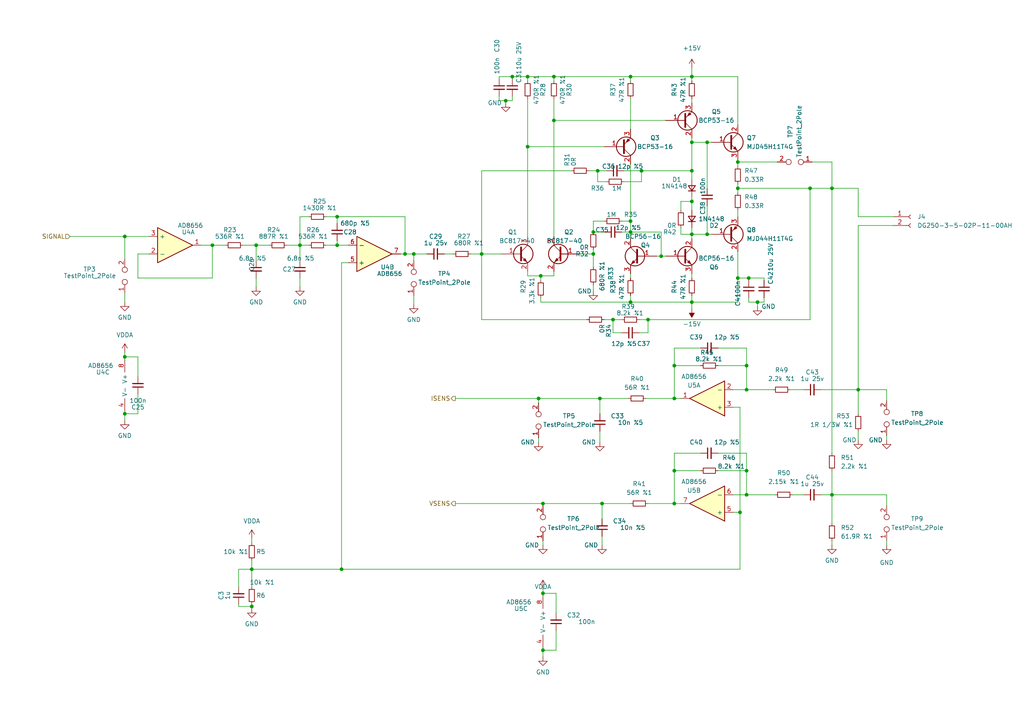
<source format=kicad_sch>
(kicad_sch (version 20211123) (generator eeschema)
  (paper "A4")
  (junction (at 200.66 22.225))
  (junction (at 160.655 22.225))
  (junction (at 86.995 71.12))
  (junction (at 173.355 49.53))
  (junction (at 216.535 113.03))
  (junction (at 36.195 68.58))
  (junction (at 217.17 80.645))
  (junction (at 216.535 136.525))
  (junction (at 241.3 143.51))
  (junction (at 187.96 92.71))
  (junction (at 156.845 80.01))
  (junction (at 97.79 71.12))
  (junction (at 195.58 146.05))
  (junction (at 172.085 73.66))
  (junction (at 148.59 22.225))
  (junction (at 200.66 41.275))
  (junction (at 200.66 87.63))
  (junction (at 234.95 54.61))
  (junction (at 139.7 73.66))
  (junction (at 99.06 165.1))
  (junction (at 173.99 115.57))
  (junction (at 157.48 188.595))
  (junction (at 182.88 64.135))
  (junction (at 182.88 87.63))
  (junction (at 36.195 120.015))
  (junction (at 153.035 42.545))
  (junction (at 248.92 113.03))
  (junction (at 153.035 22.225))
  (junction (at 157.48 172.085))
  (junction (at 156.21 115.57))
  (junction (at 120.015 73.66))
  (junction (at 205.105 67.945))
  (junction (at 213.995 80.645))
  (junction (at 200.66 49.53))
  (junction (at 216.535 143.51))
  (junction (at 191.77 74.295))
  (junction (at 182.88 22.225))
  (junction (at 195.58 115.57))
  (junction (at 117.475 73.66))
  (junction (at 219.71 87.63))
  (junction (at 200.66 58.42))
  (junction (at 213.995 54.61))
  (junction (at 182.88 67.31))
  (junction (at 216.535 106.045))
  (junction (at 172.085 67.31))
  (junction (at 73.025 175.895))
  (junction (at 213.995 46.99))
  (junction (at 241.3 54.61))
  (junction (at 214.63 148.59))
  (junction (at 73.025 165.1))
  (junction (at 61.595 71.12))
  (junction (at 74.295 71.12))
  (junction (at 160.655 34.925))
  (junction (at 177.8 92.71))
  (junction (at 174.625 146.05))
  (junction (at 205.105 41.275))
  (junction (at 200.66 67.945))
  (junction (at 36.195 103.505))
  (junction (at 195.58 136.525))
  (junction (at 195.58 106.045))
  (junction (at 157.48 146.05))
  (junction (at 186.055 49.53))
  (junction (at 146.685 29.21))
  (junction (at 97.79 62.865))
  (wire (pts (xy 36.195 103.505) (xy 36.195 104.14)))
  (wire (pts (xy 197.485 66.04) (xy 197.485 67.945)))
  (wire (pts (xy 153.035 23.495) (xy 153.035 22.225)))
  (wire (pts (xy 200.66 22.225) (xy 213.995 22.225)))
  (wire (pts (xy 175.895 52.705) (xy 173.355 52.705)))
  (wire (pts (xy 139.7 92.71) (xy 139.7 73.66)))
  (wire (pts (xy 248.92 62.865) (xy 259.08 62.865)))
  (wire (pts (xy 216.535 100.965) (xy 216.535 106.045)))
  (wire (pts (xy 182.88 47.625) (xy 182.88 64.135)))
  (wire (pts (xy 36.195 120.015) (xy 36.195 121.92)))
  (wire (pts (xy 144.78 22.225) (xy 148.59 22.225)))
  (wire (pts (xy 200.66 67.945) (xy 205.105 67.945)))
  (wire (pts (xy 69.215 170.18) (xy 69.215 165.1)))
  (wire (pts (xy 153.035 28.575) (xy 153.035 42.545)))
  (wire (pts (xy 248.92 125.095) (xy 248.92 127.635)))
  (wire (pts (xy 186.055 52.705) (xy 186.055 49.53)))
  (wire (pts (xy 195.58 131.445) (xy 195.58 136.525)))
  (wire (pts (xy 172.085 73.66) (xy 172.085 77.47)))
  (wire (pts (xy 69.215 165.1) (xy 73.025 165.1)))
  (wire (pts (xy 229.235 113.03) (xy 233.045 113.03)))
  (wire (pts (xy 157.48 188.595) (xy 161.29 188.595)))
  (wire (pts (xy 99.06 165.1) (xy 214.63 165.1)))
  (wire (pts (xy 182.88 79.375) (xy 182.88 80.645)))
  (wire (pts (xy 43.18 73.66) (xy 40.005 73.66)))
  (wire (pts (xy 213.995 22.225) (xy 213.995 36.195)))
  (wire (pts (xy 182.88 87.63) (xy 200.66 87.63)))
  (wire (pts (xy 235.585 46.99) (xy 241.3 46.99)))
  (wire (pts (xy 173.355 49.53) (xy 175.895 49.53)))
  (wire (pts (xy 40.005 103.505) (xy 36.195 103.505)))
  (wire (pts (xy 212.725 143.51) (xy 216.535 143.51)))
  (wire (pts (xy 221.615 80.645) (xy 221.615 81.28)))
  (wire (pts (xy 132.08 146.05) (xy 157.48 146.05)))
  (wire (pts (xy 156.21 115.57) (xy 156.21 116.84)))
  (wire (pts (xy 219.71 87.63) (xy 221.615 87.63)))
  (wire (pts (xy 160.655 80.01) (xy 160.655 78.74)))
  (wire (pts (xy 197.485 67.945) (xy 200.66 67.945)))
  (wire (pts (xy 200.66 41.275) (xy 205.105 41.275)))
  (wire (pts (xy 153.035 22.225) (xy 160.655 22.225)))
  (wire (pts (xy 156.845 86.36) (xy 156.845 87.63)))
  (wire (pts (xy 157.48 146.05) (xy 174.625 146.05)))
  (wire (pts (xy 217.17 86.36) (xy 217.17 87.63)))
  (wire (pts (xy 161.29 177.8) (xy 161.29 172.085)))
  (wire (pts (xy 200.66 67.945) (xy 200.66 69.215)))
  (wire (pts (xy 216.535 106.045) (xy 216.535 113.03)))
  (wire (pts (xy 203.2 131.445) (xy 195.58 131.445)))
  (wire (pts (xy 69.215 175.26) (xy 69.215 175.895)))
  (wire (pts (xy 190.5 74.295) (xy 191.77 74.295)))
  (wire (pts (xy 200.66 85.725) (xy 200.66 87.63)))
  (wire (pts (xy 213.995 60.96) (xy 213.995 62.865)))
  (wire (pts (xy 157.48 188.595) (xy 157.48 190.5)))
  (wire (pts (xy 248.92 65.405) (xy 259.08 65.405)))
  (wire (pts (xy 86.995 71.12) (xy 86.995 75.565)))
  (wire (pts (xy 97.79 62.865) (xy 97.79 64.77)))
  (wire (pts (xy 214.63 118.11) (xy 212.725 118.11)))
  (wire (pts (xy 213.995 46.355) (xy 213.995 46.99)))
  (wire (pts (xy 120.015 85.725) (xy 120.015 88.265)))
  (wire (pts (xy 200.66 87.63) (xy 200.66 89.535)))
  (wire (pts (xy 156.845 81.28) (xy 156.845 80.01)))
  (wire (pts (xy 205.105 41.275) (xy 206.375 41.275)))
  (wire (pts (xy 97.79 62.865) (xy 117.475 62.865)))
  (wire (pts (xy 36.195 85.09) (xy 36.195 87.63)))
  (wire (pts (xy 200.66 40.005) (xy 200.66 41.275)))
  (wire (pts (xy 160.655 34.925) (xy 193.04 34.925)))
  (wire (pts (xy 217.17 80.645) (xy 221.615 80.645)))
  (wire (pts (xy 117.475 73.66) (xy 116.205 73.66)))
  (wire (pts (xy 157.48 172.085) (xy 157.48 172.72)))
  (wire (pts (xy 208.28 100.965) (xy 216.535 100.965)))
  (wire (pts (xy 73.025 157.48) (xy 73.025 156.21)))
  (wire (pts (xy 73.025 165.1) (xy 99.06 165.1)))
  (wire (pts (xy 117.475 73.66) (xy 120.015 73.66)))
  (wire (pts (xy 172.085 67.31) (xy 175.26 67.31)))
  (wire (pts (xy 216.535 143.51) (xy 224.79 143.51)))
  (wire (pts (xy 200.66 41.275) (xy 200.66 49.53)))
  (wire (pts (xy 180.975 52.705) (xy 186.055 52.705)))
  (wire (pts (xy 216.535 113.03) (xy 224.155 113.03)))
  (wire (pts (xy 144.78 29.21) (xy 146.685 29.21)))
  (wire (pts (xy 212.725 113.03) (xy 216.535 113.03)))
  (wire (pts (xy 219.71 87.63) (xy 219.71 88.9)))
  (wire (pts (xy 174.625 146.05) (xy 174.625 150.495)))
  (wire (pts (xy 172.085 64.135) (xy 172.085 67.31)))
  (wire (pts (xy 36.195 119.38) (xy 36.195 120.015)))
  (wire (pts (xy 73.025 165.1) (xy 73.025 170.18)))
  (wire (pts (xy 191.77 74.295) (xy 193.04 74.295)))
  (wire (pts (xy 160.655 22.225) (xy 182.88 22.225)))
  (wire (pts (xy 40.005 80.645) (xy 61.595 80.645)))
  (wire (pts (xy 148.59 22.225) (xy 153.035 22.225)))
  (wire (pts (xy 180.34 64.135) (xy 182.88 64.135)))
  (wire (pts (xy 213.995 54.61) (xy 213.995 55.88)))
  (wire (pts (xy 173.99 115.57) (xy 173.99 120.015)))
  (wire (pts (xy 161.29 188.595) (xy 161.29 182.88)))
  (wire (pts (xy 182.88 64.135) (xy 182.88 67.31)))
  (wire (pts (xy 144.78 27.94) (xy 144.78 29.21)))
  (wire (pts (xy 156.845 87.63) (xy 182.88 87.63)))
  (wire (pts (xy 257.175 143.51) (xy 241.3 143.51)))
  (wire (pts (xy 97.79 71.12) (xy 100.965 71.12)))
  (wire (pts (xy 120.015 73.66) (xy 120.015 75.565)))
  (wire (pts (xy 205.105 59.69) (xy 205.105 67.945)))
  (wire (pts (xy 36.195 120.015) (xy 40.005 120.015)))
  (wire (pts (xy 160.655 28.575) (xy 160.655 34.925)))
  (wire (pts (xy 195.58 136.525) (xy 195.58 146.05)))
  (wire (pts (xy 117.475 62.865) (xy 117.475 73.66)))
  (wire (pts (xy 197.485 60.96) (xy 197.485 58.42)))
  (wire (pts (xy 40.005 120.015) (xy 40.005 114.3)))
  (wire (pts (xy 146.685 29.21) (xy 146.685 29.845)))
  (wire (pts (xy 203.2 136.525) (xy 195.58 136.525)))
  (wire (pts (xy 241.3 156.845) (xy 241.3 158.115)))
  (wire (pts (xy 146.685 29.21) (xy 148.59 29.21)))
  (wire (pts (xy 153.035 42.545) (xy 175.26 42.545)))
  (wire (pts (xy 257.175 113.03) (xy 257.175 116.205)))
  (wire (pts (xy 99.06 76.2) (xy 99.06 165.1)))
  (wire (pts (xy 172.085 82.55) (xy 172.085 84.455)))
  (wire (pts (xy 20.32 68.58) (xy 36.195 68.58)))
  (wire (pts (xy 177.8 92.71) (xy 180.34 92.71)))
  (wire (pts (xy 174.625 155.575) (xy 174.625 158.115)))
  (wire (pts (xy 173.99 125.095) (xy 173.99 128.27)))
  (wire (pts (xy 208.28 131.445) (xy 216.535 131.445)))
  (wire (pts (xy 157.48 156.845) (xy 157.48 158.115)))
  (wire (pts (xy 182.88 146.05) (xy 174.625 146.05)))
  (wire (pts (xy 241.3 143.51) (xy 241.3 151.765)))
  (wire (pts (xy 186.055 49.53) (xy 200.66 49.53)))
  (wire (pts (xy 69.215 175.895) (xy 73.025 175.895)))
  (wire (pts (xy 94.615 62.865) (xy 97.79 62.865)))
  (wire (pts (xy 257.175 113.03) (xy 248.92 113.03)))
  (wire (pts (xy 73.025 175.26) (xy 73.025 175.895)))
  (wire (pts (xy 139.7 92.71) (xy 170.18 92.71)))
  (wire (pts (xy 221.615 86.36) (xy 221.615 87.63)))
  (wire (pts (xy 203.2 106.045) (xy 195.58 106.045)))
  (wire (pts (xy 172.085 72.39) (xy 172.085 73.66)))
  (wire (pts (xy 200.66 22.225) (xy 200.66 23.495)))
  (wire (pts (xy 160.655 34.925) (xy 160.655 68.58)))
  (wire (pts (xy 153.035 80.01) (xy 156.845 80.01)))
  (wire (pts (xy 182.88 28.575) (xy 182.88 37.465)))
  (wire (pts (xy 208.28 106.045) (xy 216.535 106.045)))
  (wire (pts (xy 89.535 62.865) (xy 86.995 62.865)))
  (wire (pts (xy 157.48 146.05) (xy 157.48 146.685)))
  (wire (pts (xy 203.2 100.965) (xy 195.58 100.965)))
  (wire (pts (xy 175.26 92.71) (xy 177.8 92.71)))
  (wire (pts (xy 195.58 106.045) (xy 195.58 115.57)))
  (wire (pts (xy 182.88 67.31) (xy 182.88 69.215)))
  (wire (pts (xy 173.355 52.705) (xy 173.355 49.53)))
  (wire (pts (xy 94.615 71.12) (xy 97.79 71.12)))
  (wire (pts (xy 99.06 76.2) (xy 100.965 76.2)))
  (wire (pts (xy 160.655 22.225) (xy 160.655 23.495)))
  (wire (pts (xy 212.725 148.59) (xy 214.63 148.59)))
  (wire (pts (xy 157.48 170.815) (xy 157.48 172.085)))
  (wire (pts (xy 200.66 60.96) (xy 200.66 58.42)))
  (wire (pts (xy 214.63 148.59) (xy 214.63 165.1)))
  (wire (pts (xy 74.295 80.645) (xy 74.295 83.185)))
  (wire (pts (xy 182.88 22.225) (xy 182.88 23.495)))
  (wire (pts (xy 234.95 92.71) (xy 234.95 54.61)))
  (wire (pts (xy 144.78 22.225) (xy 144.78 22.86)))
  (wire (pts (xy 213.995 73.025) (xy 213.995 80.645)))
  (wire (pts (xy 195.58 146.05) (xy 197.485 146.05)))
  (wire (pts (xy 180.34 96.52) (xy 177.8 96.52)))
  (wire (pts (xy 213.995 46.99) (xy 213.995 48.26)))
  (wire (pts (xy 248.92 65.405) (xy 248.92 113.03)))
  (wire (pts (xy 97.79 69.85) (xy 97.79 71.12)))
  (wire (pts (xy 200.66 28.575) (xy 200.66 29.845)))
  (wire (pts (xy 238.125 143.51) (xy 241.3 143.51)))
  (wire (pts (xy 61.595 71.12) (xy 65.405 71.12)))
  (wire (pts (xy 217.17 81.28) (xy 217.17 80.645)))
  (wire (pts (xy 180.34 67.31) (xy 182.88 67.31)))
  (wire (pts (xy 182.88 85.725) (xy 182.88 87.63)))
  (wire (pts (xy 153.035 42.545) (xy 153.035 68.58)))
  (wire (pts (xy 241.3 136.525) (xy 241.3 143.51)))
  (wire (pts (xy 214.63 118.11) (xy 214.63 148.59)))
  (wire (pts (xy 187.96 92.71) (xy 234.95 92.71)))
  (wire (pts (xy 248.92 113.03) (xy 248.92 120.015)))
  (wire (pts (xy 73.025 175.895) (xy 73.025 176.53)))
  (wire (pts (xy 205.105 67.945) (xy 206.375 67.945)))
  (wire (pts (xy 161.29 172.085) (xy 157.48 172.085)))
  (wire (pts (xy 40.005 73.66) (xy 40.005 80.645)))
  (wire (pts (xy 36.195 68.58) (xy 43.18 68.58)))
  (wire (pts (xy 195.58 100.965) (xy 195.58 106.045)))
  (wire (pts (xy 156.21 115.57) (xy 173.99 115.57)))
  (wire (pts (xy 257.175 126.365) (xy 257.175 127.635)))
  (wire (pts (xy 185.42 92.71) (xy 187.96 92.71)))
  (wire (pts (xy 153.035 80.01) (xy 153.035 78.74)))
  (wire (pts (xy 128.905 73.66) (xy 131.445 73.66)))
  (wire (pts (xy 136.525 73.66) (xy 139.7 73.66)))
  (wire (pts (xy 120.015 73.66) (xy 123.825 73.66)))
  (wire (pts (xy 139.7 49.53) (xy 165.735 49.53)))
  (wire (pts (xy 191.77 67.31) (xy 191.77 74.295)))
  (wire (pts (xy 40.005 109.22) (xy 40.005 103.505)))
  (wire (pts (xy 36.195 68.58) (xy 36.195 74.93)))
  (wire (pts (xy 187.325 115.57) (xy 195.58 115.57)))
  (wire (pts (xy 208.28 136.525) (xy 216.535 136.525)))
  (wire (pts (xy 248.92 54.61) (xy 248.92 62.865)))
  (wire (pts (xy 185.42 96.52) (xy 187.96 96.52)))
  (wire (pts (xy 187.96 96.52) (xy 187.96 92.71)))
  (wire (pts (xy 139.7 49.53) (xy 139.7 73.66)))
  (wire (pts (xy 234.95 54.61) (xy 213.995 54.61)))
  (wire (pts (xy 157.48 187.96) (xy 157.48 188.595)))
  (wire (pts (xy 168.275 73.66) (xy 172.085 73.66)))
  (wire (pts (xy 205.105 41.275) (xy 205.105 54.61)))
  (wire (pts (xy 73.025 162.56) (xy 73.025 165.1)))
  (wire (pts (xy 86.995 62.865) (xy 86.995 71.12)))
  (wire (pts (xy 156.845 80.01) (xy 160.655 80.01)))
  (wire (pts (xy 70.485 71.12) (xy 74.295 71.12)))
  (wire (pts (xy 182.88 67.31) (xy 191.77 67.31)))
  (wire (pts (xy 257.175 143.51) (xy 257.175 146.685)))
  (wire (pts (xy 86.995 80.645) (xy 86.995 83.185)))
  (wire (pts (xy 148.59 29.21) (xy 148.59 27.94)))
  (wire (pts (xy 200.66 66.04) (xy 200.66 67.945)))
  (wire (pts (xy 238.125 113.03) (xy 248.92 113.03)))
  (wire (pts (xy 187.96 146.05) (xy 195.58 146.05)))
  (wire (pts (xy 213.995 80.645) (xy 217.17 80.645)))
  (wire (pts (xy 74.295 71.12) (xy 74.295 75.565)))
  (wire (pts (xy 217.17 87.63) (xy 219.71 87.63)))
  (wire (pts (xy 195.58 115.57) (xy 197.485 115.57)))
  (wire (pts (xy 234.95 54.61) (xy 241.3 54.61)))
  (wire (pts (xy 139.7 73.66) (xy 145.415 73.66)))
  (wire (pts (xy 200.66 87.63) (xy 213.995 87.63)))
  (wire (pts (xy 74.295 71.12) (xy 78.105 71.12)))
  (wire (pts (xy 156.21 127) (xy 156.21 128.27)))
  (wire (pts (xy 241.3 46.99) (xy 241.3 54.61)))
  (wire (pts (xy 241.3 54.61) (xy 241.3 131.445)))
  (wire (pts (xy 216.535 136.525) (xy 216.535 143.51)))
  (wire (pts (xy 86.995 71.12) (xy 89.535 71.12)))
  (wire (pts (xy 83.185 71.12) (xy 86.995 71.12)))
  (wire (pts (xy 182.88 22.225) (xy 200.66 22.225)))
  (wire (pts (xy 229.87 143.51) (xy 233.045 143.51)))
  (wire (pts (xy 200.66 19.685) (xy 200.66 22.225)))
  (wire (pts (xy 36.195 102.235) (xy 36.195 103.505)))
  (wire (pts (xy 58.42 71.12) (xy 61.595 71.12)))
  (wire (pts (xy 61.595 71.12) (xy 61.595 80.645)))
  (wire (pts (xy 170.815 49.53) (xy 173.355 49.53)))
  (wire (pts (xy 177.8 96.52) (xy 177.8 92.71)))
  (wire (pts (xy 148.59 22.225) (xy 148.59 22.86)))
  (wire (pts (xy 213.995 80.645) (xy 213.995 87.63)))
  (wire (pts (xy 241.3 54.61) (xy 248.92 54.61)))
  (wire (pts (xy 182.245 115.57) (xy 173.99 115.57)))
  (wire (pts (xy 257.175 156.845) (xy 257.175 158.115)))
  (wire (pts (xy 197.485 58.42) (xy 200.66 58.42)))
  (wire (pts (xy 172.085 64.135) (xy 175.26 64.135)))
  (wire (pts (xy 213.995 46.99) (xy 225.425 46.99)))
  (wire (pts (xy 200.66 79.375) (xy 200.66 80.645)))
  (wire (pts (xy 216.535 131.445) (xy 216.535 136.525)))
  (wire (pts (xy 213.995 53.34) (xy 213.995 54.61)))
  (wire (pts (xy 180.975 49.53) (xy 186.055 49.53)))
  (wire (pts (xy 200.66 58.42) (xy 200.66 57.15)))
  (wire (pts (xy 132.08 115.57) (xy 156.21 115.57)))
  (wire (pts (xy 200.66 49.53) (xy 200.66 52.07)))
  (hierarchical_label "VSENS" (shape output) (at 132.08 146.05 180))
  (hierarchical_label "SIGNAL" (shape input) (at 20.32 68.58 180))
  (hierarchical_label "ISENS" (shape output) (at 132.08 115.57 180))
  (symbol (lib_id "Device:C_Small") (at 144.78 25.4 0) (unit 1)
    (property "Reference" "C30" (at 144.145 15.24 90) (effects (justify left)))
    (property "Value" "100n" (at 144.145 21.59 90) (effects (justify left)))
    (property "Footprint" "Capacitor_SMD:C_0603_1608Metric_Pad1.08x0.95mm_HandSolder" (effects hide))
    (property "Link" "https://ozdisan.com/passive-components/capacitors/smt-smd-and-mlcc-capacitors/CL10B104KB8NNNC" (effects hide))
    (property "Price" "0.00448" (effects hide))
  )
  (symbol (lib_id "Transistor_BJT:BC817") (at 150.495 73.66 0) (unit 1)
    (property "Reference" "Q1" (at 147.32 67.31 0) (effects (justify left)))
    (property "Value" "BC817-40" (at 144.78 69.85 0) (effects (justify left)))
    (property "Footprint" "Package_TO_SOT_SMD:SOT-23" (effects hide))
    (property "Datasheet" "https://www.onsemi.com/pub/Collateral/BC818-D.pdf" (effects hide))
    (property "Link" "https://ozdisan.com/power-semiconductors/transistors/discrete-transistors/BC817-40215" (effects hide))
    (property "Price" "0.02586" (effects hide))
  )
  (symbol (lib_id "power:GND") (at 157.48 190.5 0) (unit 1)
    (property "Reference" "#PWR044" (effects hide))
    (property "Value" "GND" (at 157.48 194.945 0))
  )
  (symbol (lib_id "Transistor_BJT:BCP53") (at 198.12 34.925 0) (mirror x) (unit 1)
    (property "Reference" "Q5" (at 206.375 32.385 0) (effects (justify left)))
    (property "Value" "BCP53-16" (at 202.565 34.925 0) (effects (justify left)))
    (property "Footprint" "Package_TO_SOT_SMD:SOT-223" (effects hide))
    (property "Datasheet" "http://www.onsemi.com/pub_link/Collateral/BCP53T1-D.PDF" (effects hide))
    (property "Link" "https://ozdisan.com/power-semiconductors/transistors/discrete-transistors/BCP53-16115" (effects hide))
    (property "Price" "0.13099" (effects hide))
  )
  (symbol (lib_id "Device:Opamp_Dual") (at 50.8 71.12 0) (unit 1)
    (property "Reference" "U4" (at 54.61 67.31 0))
    (property "Value" "AD8656" (at 55.245 65.405 0))
    (property "Footprint" "Package_SO:SOIC-8_3.9x4.9mm_P1.27mm" (effects hide))
    (property "Link" "https://ozdisan.com/integrated-circuits-ics/linear-ics/amplifiers/AD8656ARZ-REEL7" (effects hide))
    (property "Price" "5.66346" (effects hide))
  )
  (symbol (lib_id "Device:R_Small") (at 182.88 92.71 270) (unit 1)
    (property "Reference" "R39" (at 184.15 88.9 90) (effects (justify right)))
    (property "Value" "8.2k %1" (at 186.69 90.805 90) (effects (justify right)))
    (property "Footprint" "Resistor_SMD:R_0603_1608Metric_Pad0.98x0.95mm_HandSolder" (effects hide))
    (property "Link" "https://ozdisan.com/passive-components/resistors/smt-smd-and-chip-resistors/0603SAF8201T5E" (effects hide))
    (property "Price" "0.00221" (effects hide))
  )
  (symbol (lib_id "power:GND") (at 174.625 158.115 0) (unit 1)
    (property "Reference" "#PWR047" (effects hide))
    (property "Value" "GND" (at 171.45 158.115 0))
  )
  (symbol (lib_id "Device:Q_PNP_BCE") (at 211.455 67.945 0) (mirror x) (unit 1)
    (property "Reference" "Q8" (at 216.535 66.6749 0) (effects (justify left)))
    (property "Value" "MJD44H11T4G" (at 216.535 69.2149 0) (effects (justify left)))
    (property "Footprint" "Package_TO_SOT_SMD:TO-252-2" (effects hide))
    (property "Link" "https://ozdisan.com/Product/Detail/448869/MJD44H11T4G" (effects hide))
    (property "Price" "0.39273" (effects hide))
  )
  (symbol (lib_id "Device:R_Small") (at 92.075 71.12 90) (unit 1)
    (property "Reference" "R26" (at 90.805 66.675 90))
    (property "Value" "536R %1" (at 90.805 68.58 90))
    (property "Footprint" "Resistor_SMD:R_0603_1608Metric_Pad0.98x0.95mm_HandSolder" (effects hide))
    (property "Link" "https://ozdisan.com/passive-components/resistors/smt-smd-and-chip-resistors/0603SAF5360T5E" (effects hide))
    (property "Price" "0.00221" (effects hide))
  )
  (symbol (lib_id "Connector:Conn_01x02_Female") (at 264.16 62.865 0) (unit 1)
    (property "Reference" "J4" (at 266.065 62.8649 0) (effects (justify left)))
    (property "Value" "DG250-3-5-02P-11-00AH" (at 266.065 65.4049 0) (effects (justify left)))
    (property "Footprint" "conn:DG250-3-5-02P-11-00AH" (effects hide))
    (property "Link" "https://ozdisan.com/connectors-and-interconnects/terminal-blocks/pcb-terminal-blocks/DG250-3-5-02P-11-00AH" (effects hide))
    (property "Price" "0.10187" (effects hide))
  )
  (symbol (lib_id "Device:C_Small") (at 40.005 111.76 180) (unit 1)
    (property "Reference" "C25" (at 40.005 118.11 0))
    (property "Value" "100n" (at 40.005 116.205 0))
    (property "Footprint" "Capacitor_SMD:C_0603_1608Metric_Pad1.08x0.95mm_HandSolder" (effects hide))
    (property "Link" "https://ozdisan.com/passive-components/capacitors/smt-smd-and-mlcc-capacitors/CL10B104KB8NNNC" (effects hide))
    (property "Price" "0.00448" (effects hide))
  )
  (symbol (lib_id "power:GND") (at 257.175 158.115 0) (unit 1)
    (property "Reference" "#PWR054" (effects hide))
    (property "Value" "GND" (at 257.175 163.195 0))
  )
  (symbol (lib_id "Device:R_Small") (at 160.655 26.035 180) (unit 1)
    (property "Reference" "R30" (at 165.1 26.035 90))
    (property "Value" "470R %1" (at 163.195 26.035 90))
    (property "Footprint" "Resistor_SMD:R_0603_1608Metric_Pad0.98x0.95mm_HandSolder" (effects hide))
    (property "Link" "https://ozdisan.com/passive-components/resistors/smt-smd-and-chip-resistors/0603SAF4700T5E" (effects hide))
    (property "Price" "0.00221" (effects hide))
  )
  (symbol (lib_id "Device:R_Small") (at 172.72 92.71 90) (unit 1)
    (property "Reference" "R34" (at 176.53 93.98 0) (effects (justify right)))
    (property "Value" "0R" (at 174.625 93.98 0) (effects (justify right)))
    (property "Footprint" "Resistor_SMD:R_0603_1608Metric_Pad0.98x0.95mm_HandSolder" (effects hide))
    (property "Link" "https://ozdisan.com/passive-components/resistors/smt-smd-and-chip-resistors/0603SAJ0000TDE" (effects hide))
    (property "Price" "0.00221" (effects hide))
  )
  (symbol (lib_id "Connector:TestPoint_2Pole") (at 257.175 121.285 90) (unit 1)
    (property "Reference" "TP8" (at 264.16 120.015 90) (effects (justify right)))
    (property "Value" "TestPoint_2Pole" (at 258.445 122.555 90) (effects (justify right)))
    (property "Footprint" "Connector_PinHeader_2.54mm:PinHeader_1x02_P2.54mm_Vertical" (effects hide))
    (property "Link" "https://ozdisan.com/connectors-and-interconnects/headers/pin-headers/L-KLS1-207-1-02-S" (effects hide))
    (property "Price" "0.1293" (effects hide))
  )
  (symbol (lib_id "power:VDDA") (at 157.48 170.815 0) (unit 1)
    (property "Reference" "#PWR043" (effects hide))
    (property "Value" "VDDA" (at 157.48 170.18 0))
  )
  (symbol (lib_id "Device:C_Small") (at 86.995 78.105 0) (unit 1)
    (property "Reference" "C27" (at 81.915 78.105 0) (effects (justify left)))
    (property "Value" "6.8n %5" (at 83.185 74.93 0) (effects (justify left)))
    (property "Footprint" "Capacitor_SMD:C_0805_2012Metric_Pad1.18x1.45mm_HandSolder" (effects hide))
    (property "Link" "https://ozdisan.com/passive-components/capacitors/smt-smd-and-mlcc-capacitors/CL21B682JBANNNC" (effects hide))
    (property "Price" "0.06185" (effects hide))
  )
  (symbol (lib_id "power:GND") (at 36.195 121.92 0) (unit 1)
    (property "Reference" "#PWR036" (effects hide))
    (property "Value" "GND" (at 36.195 126.365 0))
  )
  (symbol (lib_id "Device:C_Small") (at 235.585 113.03 90) (unit 1)
    (property "Reference" "C43" (at 235.585 107.95 90))
    (property "Value" "1u 25v" (at 235.585 109.855 90))
    (property "Footprint" "Capacitor_SMD:C_0603_1608Metric_Pad1.08x0.95mm_HandSolder" (effects hide))
    (property "Link" "https://ozdisan.com/passive-components/capacitors/smt-smd-and-mlcc-capacitors/CL10B105KA8NNNC" (effects hide))
    (property "Price" "0.00926" (effects hide))
  )
  (symbol (lib_id "Device:C_Small") (at 182.88 96.52 270) (unit 1)
    (property "Reference" "C37" (at 186.69 99.695 90))
    (property "Value" "12p %5" (at 180.975 99.695 90))
    (property "Footprint" "Capacitor_SMD:C_0603_1608Metric_Pad1.08x0.95mm_HandSolder" (effects hide))
    (property "Link" "https://ozdisan.com/passive-components/capacitors/smt-smd-and-mlcc-capacitors/CL10C120JB8NNNC" (effects hide))
    (property "Price" "0.00532" (effects hide))
  )
  (symbol (lib_id "Device:R_Small") (at 182.88 83.185 180) (unit 1)
    (property "Reference" "R38" (at 177.8 83.185 90))
    (property "Value" "47R %1" (at 180.34 83.185 90))
    (property "Footprint" "Resistor_SMD:R_0603_1608Metric_Pad0.98x0.95mm_HandSolder" (effects hide))
    (property "Link" "https://ozdisan.com/passive-components/resistors/smt-smd-and-chip-resistors/0603SAF470JT5E" (effects hide))
    (property "Price" "0.00221" (effects hide))
  )
  (symbol (lib_id "Device:Q_NPN_BCE") (at 211.455 41.275 0) (unit 1)
    (property "Reference" "Q7" (at 216.535 40.0049 0) (effects (justify left)))
    (property "Value" "MJD45H11T4G" (at 216.535 42.5449 0) (effects (justify left)))
    (property "Footprint" "Package_TO_SOT_SMD:TO-252-2" (effects hide))
    (property "Link" "https://ozdisan.com/Product/Detail/448870/MJD45H11T4G" (effects hide))
    (property "Price" "0.55649" (effects hide))
  )
  (symbol (lib_id "power:GND") (at 156.21 128.27 0) (unit 1)
    (property "Reference" "#PWR041" (effects hide))
    (property "Value" "GND" (at 153.035 128.27 0))
  )
  (symbol (lib_id "Device:C_Small") (at 205.105 57.15 180) (unit 1)
    (property "Reference" "C38" (at 203.835 58.42 90) (effects (justify left)))
    (property "Value" "100n" (at 203.835 51.435 90) (effects (justify left)))
    (property "Footprint" "Capacitor_SMD:C_0603_1608Metric_Pad1.08x0.95mm_HandSolder" (effects hide))
    (property "Link" "https://ozdisan.com/passive-components/capacitors/smt-smd-and-mlcc-capacitors/CL10B104KB8NNNC" (effects hide))
    (property "Price" "0.00448" (effects hide))
  )
  (symbol (lib_id "Device:R_Small") (at 133.985 73.66 270) (unit 1)
    (property "Reference" "R27" (at 136.525 68.58 90) (effects (justify right)))
    (property "Value" "680R %1" (at 140.335 70.485 90) (effects (justify right)))
    (property "Footprint" "Resistor_SMD:R_0603_1608Metric_Pad0.98x0.95mm_HandSolder" (effects hide))
    (property "Link" "https://ozdisan.com/passive-components/resistors/smt-smd-and-chip-resistors/0603SAF6800T5E" (effects hide))
    (property "Price" "0.00221" (effects hide))
  )
  (symbol (lib_id "Device:R_Small") (at 80.645 71.12 90) (unit 1)
    (property "Reference" "R24" (at 79.375 66.675 90))
    (property "Value" "887R %1" (at 79.375 68.58 90))
    (property "Footprint" "Resistor_SMD:R_0603_1608Metric_Pad0.98x0.95mm_HandSolder" (effects hide))
    (property "Link" "https://ozdisan.com/passive-components/resistors/smt-smd-and-chip-resistors/0603SAF8870T5E" (effects hide))
    (property "Price" "0.00221" (effects hide))
  )
  (symbol (lib_id "power:GND") (at 172.085 84.455 0) (unit 1)
    (property "Reference" "#PWR045" (effects hide))
    (property "Value" "GND" (at 169.545 84.455 0))
  )
  (symbol (lib_id "Transistor_BJT:BC817") (at 163.195 73.66 0) (mirror y) (unit 1)
    (property "Reference" "Q2" (at 166.37 67.31 0) (effects (justify left)))
    (property "Value" "BC817-40" (at 168.91 69.85 0) (effects (justify left)))
    (property "Footprint" "Package_TO_SOT_SMD:SOT-23" (effects hide))
    (property "Datasheet" "https://www.onsemi.com/pub/Collateral/BC818-D.pdf" (effects hide))
    (property "Link" "https://ozdisan.com/power-semiconductors/transistors/discrete-transistors/BC817-40215" (effects hide))
    (property "Price" "0.02586" (effects hide))
  )
  (symbol (lib_id "Connector:TestPoint_2Pole") (at 157.48 151.765 90) (unit 1)
    (property "Reference" "TP6" (at 164.465 150.495 90) (effects (justify right)))
    (property "Value" "TestPoint_2Pole" (at 158.75 153.035 90) (effects (justify right)))
    (property "Footprint" "Connector_PinHeader_2.54mm:PinHeader_1x02_P2.54mm_Vertical" (effects hide))
    (property "Link" "https://ozdisan.com/connectors-and-interconnects/headers/pin-headers/L-KLS1-207-1-02-S" (effects hide))
    (property "Price" "0.1293" (effects hide))
  )
  (symbol (lib_id "Device:R_Small") (at 172.085 69.85 0) (unit 1)
    (property "Reference" "R32" (at 170.815 73.66 0) (effects (justify right)))
    (property "Value" "0R" (at 170.815 71.755 0) (effects (justify right)))
    (property "Footprint" "Resistor_SMD:R_0603_1608Metric_Pad0.98x0.95mm_HandSolder" (effects hide))
    (property "Link" "https://ozdisan.com/passive-components/resistors/smt-smd-and-chip-resistors/0603SAJ0000TDE" (effects hide))
    (property "Price" "0.00221" (effects hide))
  )
  (symbol (lib_id "Device:R_Small") (at 177.8 64.135 270) (unit 1)
    (property "Reference" "R35" (at 180.975 62.23 90) (effects (justify left)))
    (property "Value" "1M" (at 175.895 62.23 90) (effects (justify left)))
    (property "Footprint" "Resistor_SMD:R_0603_1608Metric_Pad0.98x0.95mm_HandSolder" (effects hide))
    (property "Link" "https://ozdisan.com/passive-components/resistors/smt-smd-and-chip-resistors/0603SAJ0105T5E" (effects hide))
    (property "Price" "0.00169" (effects hide))
  )
  (symbol (lib_id "Device:R_Small") (at 205.74 106.045 270) (unit 1)
    (property "Reference" "R45" (at 207.01 102.235 90) (effects (justify right)))
    (property "Value" "8.2k %1" (at 209.55 104.14 90) (effects (justify right)))
    (property "Footprint" "Resistor_SMD:R_0603_1608Metric_Pad0.98x0.95mm_HandSolder" (effects hide))
    (property "Link" "https://ozdisan.com/passive-components/resistors/smt-smd-and-chip-resistors/0603SAF8201T5E" (effects hide))
    (property "Price" "0.00221" (effects hide))
  )
  (symbol (lib_id "Device:R_Small") (at 178.435 52.705 90) (unit 1)
    (property "Reference" "R36" (at 175.26 54.61 90) (effects (justify left)))
    (property "Value" "1M" (at 180.34 54.61 90) (effects (justify left)))
    (property "Footprint" "Resistor_SMD:R_0603_1608Metric_Pad0.98x0.95mm_HandSolder" (effects hide))
    (property "Link" "https://ozdisan.com/passive-components/resistors/smt-smd-and-chip-resistors/0603SAJ0105T5E" (effects hide))
    (property "Price" "0.00169" (effects hide))
  )
  (symbol (lib_id "Device:C_Small") (at 205.74 131.445 90) (unit 1)
    (property "Reference" "C40" (at 201.93 128.27 90))
    (property "Value" "12p %5" (at 210.82 128.27 90))
    (property "Footprint" "Capacitor_SMD:C_0603_1608Metric_Pad1.08x0.95mm_HandSolder" (effects hide))
    (property "Link" "https://ozdisan.com/passive-components/capacitors/smt-smd-and-mlcc-capacitors/CL10C120JB8NNNC" (effects hide))
    (property "Price" "0.00532" (effects hide))
  )
  (symbol (lib_id "Transistor_BJT:BCP53") (at 180.34 42.545 0) (mirror x) (unit 1)
    (property "Reference" "Q3" (at 188.595 40.005 0) (effects (justify left)))
    (property "Value" "BCP53-16" (at 184.785 42.545 0) (effects (justify left)))
    (property "Footprint" "Package_TO_SOT_SMD:SOT-223" (effects hide))
    (property "Datasheet" "http://www.onsemi.com/pub_link/Collateral/BCP53T1-D.PDF" (effects hide))
    (property "Link" "https://ozdisan.com/power-semiconductors/transistors/discrete-transistors/BCP53-16115" (effects hide))
    (property "Price" "0.13099" (effects hide))
  )
  (symbol (lib_id "Device:C_Small") (at 69.215 172.72 180) (unit 1)
    (property "Reference" "C3" (at 64.135 172.72 90))
    (property "Value" "1u" (at 66.04 172.72 90))
    (property "Footprint" "Capacitor_SMD:C_0603_1608Metric_Pad1.08x0.95mm_HandSolder" (effects hide))
    (property "Link" "https://ozdisan.com/passive-components/capacitors/smt-smd-and-mlcc-capacitors/CL10B105KA8NNNC" (effects hide))
    (property "Price" "0.00926" (effects hide))
  )
  (symbol (lib_id "power:GND") (at 219.71 88.9 0) (unit 1)
    (property "Reference" "#PWR050" (effects hide))
    (property "Value" "GND" (at 222.885 88.9 0))
  )
  (symbol (lib_id "Device:R_Small") (at 213.995 50.8 0) (unit 1)
    (property "Reference" "R47" (at 215.9 49.5299 0) (effects (justify left)))
    (property "Value" "0.33R" (at 215.9 52.0699 0) (effects (justify left)))
    (property "Footprint" "Resistor_SMD:R_2512_6332Metric_Pad1.40x3.35mm_HandSolder" (effects hide))
    (property "Link" "https://ozdisan.com/passive-components/resistors/smt-smd-and-chip-resistors/25121WF330LT4E" (effects hide))
    (property "Price" "0.10712" (effects hide))
  )
  (symbol (lib_id "power:GND") (at 146.685 29.845 0) (unit 1)
    (property "Reference" "#PWR040" (effects hide))
    (property "Value" "GND" (at 143.51 29.845 0))
  )
  (symbol (lib_id "power:-15V") (at 200.66 89.535 180) (unit 1)
    (property "Reference" "#PWR049" (effects hide))
    (property "Value" "-15V" (at 200.66 93.98 0))
  )
  (symbol (lib_id "Device:C_Small") (at 177.8 67.31 90) (unit 1)
    (property "Reference" "C35" (at 174.625 66.675 90))
    (property "Value" "12p %5" (at 182.245 66.04 90))
    (property "Footprint" "Capacitor_SMD:C_0603_1608Metric_Pad1.08x0.95mm_HandSolder" (effects hide))
    (property "Link" "https://ozdisan.com/passive-components/capacitors/smt-smd-and-mlcc-capacitors/CL10C120JB8NNNC" (effects hide))
    (property "Price" "0.00532" (effects hide))
  )
  (symbol (lib_id "Device:C_Small") (at 217.17 83.82 0) (unit 1)
    (property "Reference" "C41" (at 213.995 88.9 90) (effects (justify left)))
    (property "Value" "100n" (at 213.995 86.36 90) (effects (justify left)))
    (property "Footprint" "Capacitor_SMD:C_0603_1608Metric_Pad1.08x0.95mm_HandSolder" (effects hide))
    (property "Link" "https://ozdisan.com/passive-components/capacitors/smt-smd-and-mlcc-capacitors/CL10B104KB8NNNC" (effects hide))
    (property "Price" "0.00448" (effects hide))
  )
  (symbol (lib_id "Device:Opamp_Dual") (at 205.105 115.57 180) (unit 1)
    (property "Reference" "U5" (at 201.295 111.76 0))
    (property "Value" "AD8656" (at 201.295 109.22 0))
    (property "Footprint" "Package_SO:SOIC-8_3.9x4.9mm_P1.27mm" (effects hide))
    (property "Link" "https://ozdisan.com/integrated-circuits-ics/linear-ics/amplifiers/AD8656ARZ-REEL7" (effects hide))
    (property "Price" "5.66346" (effects hide))
  )
  (symbol (lib_id "Device:C_Small") (at 161.29 180.34 180) (unit 1)
    (property "Reference" "C32" (at 166.37 178.435 0))
    (property "Value" "100n" (at 170.18 180.34 0))
    (property "Footprint" "Capacitor_SMD:C_0603_1608Metric_Pad1.08x0.95mm_HandSolder" (effects hide))
    (property "Link" "https://ozdisan.com/passive-components/capacitors/smt-smd-and-mlcc-capacitors/CL10B104KB8NNNC" (effects hide))
    (property "Price" "0.00448" (effects hide))
  )
  (symbol (lib_id "Device:R_Small") (at 182.88 26.035 180) (unit 1)
    (property "Reference" "R37" (at 177.8 26.035 90))
    (property "Value" "47R %1" (at 180.34 26.035 90))
    (property "Footprint" "Resistor_SMD:R_0603_1608Metric_Pad0.98x0.95mm_HandSolder" (effects hide))
    (property "Link" "https://ozdisan.com/passive-components/resistors/smt-smd-and-chip-resistors/0603SAF470JT5E" (effects hide))
    (property "Price" "0.00221" (effects hide))
  )
  (symbol (lib_id "Device:R_Small") (at 156.845 83.82 180) (unit 1)
    (property "Reference" "R29" (at 151.765 85.09 90) (effects (justify right)))
    (property "Value" "3.3k %1" (at 154.305 88.265 90) (effects (justify right)))
    (property "Footprint" "Resistor_SMD:R_0603_1608Metric_Pad0.98x0.95mm_HandSolder" (effects hide))
    (property "Link" "https://ozdisan.com/passive-components/resistors/smt-smd-and-chip-resistors/0603SAF3301T5E" (effects hide))
    (property "Price" "0.00221" (effects hide))
  )
  (symbol (lib_id "Connector:TestPoint_2Pole") (at 257.175 151.765 90) (unit 1)
    (property "Reference" "TP9" (at 264.16 150.495 90) (effects (justify right)))
    (property "Value" "TestPoint_2Pole" (at 258.445 153.035 90) (effects (justify right)))
    (property "Footprint" "Connector_PinHeader_2.54mm:PinHeader_1x02_P2.54mm_Vertical" (effects hide))
    (property "Link" "https://ozdisan.com/connectors-and-interconnects/headers/pin-headers/L-KLS1-207-1-02-S" (effects hide))
    (property "Price" "0.1293" (effects hide))
  )
  (symbol (lib_id "Device:R_Small") (at 241.3 154.305 0) (unit 1)
    (property "Reference" "R52" (at 243.84 153.0349 0) (effects (justify left)))
    (property "Value" "61.9R %1" (at 243.84 155.5749 0) (effects (justify left)))
    (property "Footprint" "Resistor_SMD:R_0603_1608Metric_Pad0.98x0.95mm_HandSolder" (effects hide))
    (property "Link" "https://ozdisan.com/passive-components/resistors/smt-smd-and-chip-resistors/0603SAF619JT5E" (effects hide))
    (property "Price" "0.00221" (effects hide))
  )
  (symbol (lib_id "Device:Opamp_Dual") (at 205.105 146.05 180) (unit 2)
    (property "Reference" "U5" (at 201.295 142.24 0))
    (property "Value" "AD8656" (at 201.295 139.7 0))
    (property "Footprint" "Package_SO:SOIC-8_3.9x4.9mm_P1.27mm" (effects hide))
    (property "Link" "https://ozdisan.com/integrated-circuits-ics/linear-ics/amplifiers/AD8656ARZ-REEL7" (effects hide))
    (property "Price" "5.66346" (effects hide))
  )
  (symbol (lib_id "Device:C_Small") (at 74.295 78.105 0) (unit 1)
    (property "Reference" "C26" (at 73.025 78.74 90) (effects (justify left)))
    (property "Value" "6.8n %5" (at 69.215 74.93 0) (effects (justify left)))
    (property "Footprint" "Capacitor_SMD:C_0805_2012Metric_Pad1.18x1.45mm_HandSolder" (effects hide))
    (property "Link" "https://ozdisan.com/passive-components/capacitors/smt-smd-and-mlcc-capacitors/CL21B682JBANNNC" (effects hide))
    (property "Price" "0.06185" (effects hide))
  )
  (symbol (lib_id "Device:R_Small") (at 241.3 133.985 0) (unit 1)
    (property "Reference" "R51" (at 243.84 132.7149 0) (effects (justify left)))
    (property "Value" "2.2k %1" (at 243.84 135.2549 0) (effects (justify left)))
    (property "Footprint" "Resistor_SMD:R_0603_1608Metric_Pad0.98x0.95mm_HandSolder" (effects hide))
    (property "Link" "https://ozdisan.com/passive-components/resistors/smt-smd-and-chip-resistors/0603SAF2201T5E" (effects hide))
    (property "Price" "0.00221" (effects hide))
  )
  (symbol (lib_id "power:GND") (at 157.48 158.115 0) (unit 1)
    (property "Reference" "#PWR042" (effects hide))
    (property "Value" "GND" (at 154.305 158.115 0))
  )
  (symbol (lib_id "Device:C_Small") (at 221.615 83.82 0) (unit 1)
    (property "Reference" "C42" (at 223.52 82.55 90) (effects (justify left)))
    (property "Value" "10u 25V" (at 223.52 78.74 90) (effects (justify left)))
    (property "Footprint" "Capacitor_SMD:C_1206_3216Metric_Pad1.33x1.80mm_HandSolder" (effects hide))
    (property "Link" "https://ozdisan.com/passive-components/capacitors/smt-smd-and-mlcc-capacitors/CL31A106KBHNNNE" (effects hide))
    (property "Price" "0.10490" (effects hide))
  )
  (symbol (lib_id "Device:C_Small") (at 174.625 153.035 180) (unit 1)
    (property "Reference" "C34" (at 179.705 151.13 0))
    (property "Value" "10n %5" (at 183.515 153.035 0))
    (property "Footprint" "Capacitor_SMD:C_0603_1608Metric_Pad1.08x0.95mm_HandSolder" (effects hide))
    (property "Link" "https://ozdisan.com/passive-components/capacitors/smt-smd-and-mlcc-capacitors/GRM1885C1H103JA01D" (effects hide))
    (property "Price" "0.04050" (effects hide))
  )
  (symbol (lib_id "Device:C_Small") (at 205.74 100.965 90) (unit 1)
    (property "Reference" "C39" (at 201.93 97.79 90))
    (property "Value" "12p %5" (at 210.82 97.79 90))
    (property "Footprint" "Capacitor_SMD:C_0603_1608Metric_Pad1.08x0.95mm_HandSolder" (effects hide))
    (property "Link" "https://ozdisan.com/passive-components/capacitors/smt-smd-and-mlcc-capacitors/CL10C120JB8NNNC" (effects hide))
    (property "Price" "0.00532" (effects hide))
  )
  (symbol (lib_id "Device:R_Small") (at 205.74 136.525 90) (unit 1)
    (property "Reference" "R46" (at 211.455 132.715 90))
    (property "Value" "8.2k %1" (at 212.09 135.255 90))
    (property "Footprint" "Resistor_SMD:R_0603_1608Metric_Pad0.98x0.95mm_HandSolder" (effects hide))
    (property "Link" "https://ozdisan.com/passive-components/resistors/smt-smd-and-chip-resistors/0603SAF8201T5E" (effects hide))
    (property "Price" "0.00221" (effects hide))
  )
  (symbol (lib_id "power:GND") (at 74.295 83.185 0) (unit 1)
    (property "Reference" "#PWR037" (effects hide))
    (property "Value" "GND" (at 74.295 87.63 0))
  )
  (symbol (lib_id "Device:R_Small") (at 185.42 146.05 90) (unit 1)
    (property "Reference" "R41" (at 185.42 140.335 90))
    (property "Value" "56R %1" (at 185.42 142.875 90))
    (property "Footprint" "Resistor_SMD:R_0603_1608Metric_Pad0.98x0.95mm_HandSolder" (effects hide))
    (property "Link" "https://ozdisan.com/passive-components/resistors/smt-smd-and-chip-resistors/0603SAF560JT5E" (effects hide))
    (property "Price" "0.00221" (effects hide))
  )
  (symbol (lib_id "Connector:TestPoint_2Pole") (at 156.21 121.92 90) (unit 1)
    (property "Reference" "TP5" (at 163.195 120.65 90) (effects (justify right)))
    (property "Value" "TestPoint_2Pole" (at 157.48 123.19 90) (effects (justify right)))
    (property "Footprint" "Connector_PinHeader_2.54mm:PinHeader_1x02_P2.54mm_Vertical" (effects hide))
    (property "Link" "https://ozdisan.com/connectors-and-interconnects/headers/pin-headers/L-KLS1-207-1-02-S" (effects hide))
    (property "Price" "0.1293" (effects hide))
  )
  (symbol (lib_id "Device:R_Small") (at 168.275 49.53 270) (unit 1)
    (property "Reference" "R31" (at 164.465 48.26 0) (effects (justify right)))
    (property "Value" "0R" (at 166.37 48.26 0) (effects (justify right)))
    (property "Footprint" "Resistor_SMD:R_0603_1608Metric_Pad0.98x0.95mm_HandSolder" (effects hide))
    (property "Link" "https://ozdisan.com/passive-components/resistors/smt-smd-and-chip-resistors/0603SAJ0000TDE" (effects hide))
    (property "Price" "0.00221" (effects hide))
  )
  (symbol (lib_id "Device:C_Small") (at 173.99 122.555 180) (unit 1)
    (property "Reference" "C33" (at 179.07 120.65 0))
    (property "Value" "10n %5" (at 182.88 122.555 0))
    (property "Footprint" "Capacitor_SMD:C_0603_1608Metric_Pad1.08x0.95mm_HandSolder" (effects hide))
    (property "Link" "https://ozdisan.com/passive-components/capacitors/smt-smd-and-mlcc-capacitors/GRM1885C1H103JA01D" (effects hide))
    (property "Price" "0.04050" (effects hide))
  )
  (symbol (lib_id "power:VDDA") (at 73.025 156.21 0) (unit 1)
    (property "Reference" "#PWR0104" (effects hide))
    (property "Value" "VDDA" (at 73.025 151.13 0))
  )
  (symbol (lib_id "Connector:TestPoint_2Pole") (at 36.195 80.01 90) (unit 1)
    (property "Reference" "TP3" (at 24.13 78.105 90) (effects (justify right)))
    (property "Value" "TestPoint_2Pole" (at 18.415 80.01 90) (effects (justify right)))
    (property "Footprint" "Connector_PinHeader_2.54mm:PinHeader_1x02_P2.54mm_Vertical" (effects hide))
    (property "Link" "https://ozdisan.com/connectors-and-interconnects/headers/pin-headers/L-KLS1-207-1-02-S" (effects hide))
    (property "Price" "0.1293" (effects hide))
  )
  (symbol (lib_id "Device:C_Small") (at 235.585 143.51 90) (unit 1)
    (property "Reference" "C44" (at 235.585 138.43 90))
    (property "Value" "1u 25v" (at 235.585 140.335 90))
    (property "Footprint" "Capacitor_SMD:C_0603_1608Metric_Pad1.08x0.95mm_HandSolder" (effects hide))
    (property "Link" "https://ozdisan.com/passive-components/capacitors/smt-smd-and-mlcc-capacitors/CL10B105KA8NNNC" (effects hide))
    (property "Price" "0.00926" (effects hide))
  )
  (symbol (lib_id "power:GND") (at 248.92 127.635 0) (unit 1)
    (property "Reference" "#PWR052" (effects hide))
    (property "Value" "GND" (at 246.38 127.635 0))
  )
  (symbol (lib_id "Device:C_Small") (at 178.435 49.53 90) (unit 1)
    (property "Reference" "C36" (at 176.53 48.26 90))
    (property "Value" "12p %5" (at 182.88 48.26 90))
    (property "Footprint" "Capacitor_SMD:C_0603_1608Metric_Pad1.08x0.95mm_HandSolder" (effects hide))
    (property "Link" "https://ozdisan.com/passive-components/capacitors/smt-smd-and-mlcc-capacitors/CL10C120JB8NNNC" (effects hide))
    (property "Price" "0.00532" (effects hide))
  )
  (symbol (lib_id "Device:Opamp_Dual") (at 108.585 73.66 0) (mirror x) (unit 2)
    (property "Reference" "U4" (at 112.395 77.47 0))
    (property "Value" "AD8656" (at 113.03 79.375 0))
    (property "Footprint" "Package_SO:SOIC-8_3.9x4.9mm_P1.27mm" (effects hide))
    (property "Link" "https://ozdisan.com/integrated-circuits-ics/linear-ics/amplifiers/AD8656ARZ-REEL7" (effects hide))
    (property "Price" "5.66346" (effects hide))
  )
  (symbol (lib_id "Device:R_Small") (at 248.92 122.555 0) (unit 1)
    (property "Reference" "R53" (at 242.57 120.65 0) (effects (justify left)))
    (property "Value" "1R 1/3W %1" (at 234.95 123.19 0) (effects (justify left)))
    (property "Footprint" "Resistor_SMD:R_1210_3225Metric_Pad1.30x2.65mm_HandSolder" (effects hide))
    (property "Link" "https://ozdisan.com/passive-components/resistors/smt-smd-and-chip-resistors/CQ07S3F100KT5E" (effects hide))
    (property "Price" "0.05112" (effects hide))
  )
  (symbol (lib_id "power:GND") (at 36.195 87.63 0) (unit 1)
    (property "Reference" "#PWR034" (effects hide))
    (property "Value" "GND" (at 36.195 92.075 0))
  )
  (symbol (lib_id "Device:R_Small") (at 200.66 83.185 180) (unit 1)
    (property "Reference" "R44" (at 195.58 83.185 90))
    (property "Value" "47R %1" (at 198.12 83.185 90))
    (property "Footprint" "Resistor_SMD:R_0603_1608Metric_Pad0.98x0.95mm_HandSolder" (effects hide))
    (property "Link" "https://ozdisan.com/passive-components/resistors/smt-smd-and-chip-resistors/0603SAF470JT5E" (effects hide))
    (property "Price" "0.00221" (effects hide))
  )
  (symbol (lib_id "Transistor_BJT:BCP56") (at 198.12 74.295 0) (unit 1)
    (property "Reference" "Q6" (at 205.74 77.47 0) (effects (justify left)))
    (property "Value" "BCP56-16" (at 202.565 74.93 0) (effects (justify left)))
    (property "Footprint" "Package_TO_SOT_SMD:SOT-223" (effects hide))
    (property "Datasheet" "http://cache.nxp.com/documents/data_sheet/BCP56_BCX56_BC56PA.pdf?pspll=1" (effects hide))
    (property "Link" "https://ozdisan.com/power-semiconductors/transistors/discrete-transistors/BCP56-16115" (effects hide))
    (property "Price" "0.13110" (effects hide))
  )
  (symbol (lib_id "Device:D_Small") (at 200.66 63.5 90) (unit 1)
    (property "Reference" "D2" (at 205.74 65.405 90) (effects (justify right)))
    (property "Value" "1N4148" (at 202.565 63.5 90) (effects (justify right)))
    (property "Footprint" "Diode_SMD:D_SOD-123" (effects hide))
    (property "Link" "https://ozdisan.com/power-semiconductors/diodes-diode-modules-and-rectifiers/general-purpose-diodes/1N4148W-HT" (effects hide))
    (property "Price" "0.01562" (effects hide))
  )
  (symbol (lib_id "Device:R_Small") (at 226.695 113.03 90) (unit 1)
    (property "Reference" "R49" (at 226.695 107.315 90))
    (property "Value" "2.2k %1" (at 226.695 109.855 90))
    (property "Footprint" "Resistor_SMD:R_0603_1608Metric_Pad0.98x0.95mm_HandSolder" (effects hide))
    (property "Link" "https://ozdisan.com/passive-components/resistors/smt-smd-and-chip-resistors/0603SAF2201T5E" (effects hide))
    (property "Price" "0.00221" (effects hide))
  )
  (symbol (lib_id "power:GND") (at 73.025 176.53 0) (unit 1)
    (property "Reference" "#PWR0156" (effects hide))
    (property "Value" "GND" (at 73.025 180.975 0))
  )
  (symbol (lib_id "Device:R_Small") (at 92.075 62.865 90) (unit 1)
    (property "Reference" "R25" (at 92.71 58.42 90))
    (property "Value" "1430R %1" (at 92.71 60.325 90))
    (property "Footprint" "Resistor_SMD:R_0603_1608Metric_Pad0.98x0.95mm_HandSolder" (effects hide))
    (property "Link" "https://ozdisan.com/passive-components/resistors/smt-smd-and-chip-resistors/0603SAF1431T5E" (effects hide))
    (property "Price" "0.00221" (effects hide))
  )
  (symbol (lib_id "power:GND") (at 120.015 88.265 0) (unit 1)
    (property "Reference" "#PWR039" (effects hide))
    (property "Value" "GND" (at 120.015 92.71 0))
  )
  (symbol (lib_id "Device:C_Small") (at 97.79 67.31 180) (unit 1)
    (property "Reference" "C28" (at 103.505 67.31 0) (effects (justify left)))
    (property "Value" "680p %5" (at 107.315 64.77 0) (effects (justify left)))
    (property "Footprint" "Capacitor_SMD:C_0603_1608Metric_Pad1.08x0.95mm_HandSolder" (effects hide))
    (property "Link" "https://ozdisan.com/passive-components/capacitors/smt-smd-and-mlcc-capacitors/CL10C681JB8NNNC" (effects hide))
    (property "Price" "0.01257" (effects hide))
  )
  (symbol (lib_id "power:GND") (at 257.175 127.635 0) (unit 1)
    (property "Reference" "#PWR053" (effects hide))
    (property "Value" "GND" (at 254 127.635 0))
  )
  (symbol (lib_id "Device:C_Small") (at 126.365 73.66 90) (unit 1)
    (property "Reference" "C29" (at 126.365 68.58 90))
    (property "Value" "1u 25v" (at 126.365 70.485 90))
    (property "Footprint" "Capacitor_SMD:C_0603_1608Metric_Pad1.08x0.95mm_HandSolder" (effects hide))
    (property "Link" "https://ozdisan.com/passive-components/capacitors/smt-smd-and-mlcc-capacitors/CL10B105KA8NNNC" (effects hide))
    (property "Price" "0.00926" (effects hide))
  )
  (symbol (lib_id "Device:R_Small") (at 227.33 143.51 90) (unit 1)
    (property "Reference" "R50" (at 227.33 137.16 90))
    (property "Value" "2.15k %1" (at 227.33 139.7 90))
    (property "Footprint" "Resistor_SMD:R_0603_1608Metric_Pad0.98x0.95mm_HandSolder" (effects hide))
    (property "Link" "https://ozdisan.com/passive-components/resistors/smt-smd-and-chip-resistors/0603SAF2151T5E" (effects hide))
    (property "Price" "0.00221" (effects hide))
  )
  (symbol (lib_id "Device:R_Small") (at 200.66 26.035 180) (unit 1)
    (property "Reference" "R43" (at 195.58 26.035 90))
    (property "Value" "47R %1" (at 198.12 26.035 90))
    (property "Footprint" "Resistor_SMD:R_0603_1608Metric_Pad0.98x0.95mm_HandSolder" (effects hide))
    (property "Link" "https://ozdisan.com/passive-components/resistors/smt-smd-and-chip-resistors/0603SAF470JT5E" (effects hide))
    (property "Price" "0.00221" (effects hide))
  )
  (symbol (lib_id "Device:Opamp_Dual") (at 154.94 180.34 0) (mirror y) (unit 3)
    (property "Reference" "U5" (at 151.13 176.53 0))
    (property "Value" "AD8656" (at 150.495 174.625 0))
    (property "Footprint" "Package_SO:SOIC-8_3.9x4.9mm_P1.27mm" (effects hide))
    (property "Link" "https://ozdisan.com/integrated-circuits-ics/linear-ics/amplifiers/AD8656ARZ-REEL7" (effects hide))
    (property "Price" "5.66346" (effects hide))
  )
  (symbol (lib_id "Device:R_Small") (at 184.785 115.57 90) (unit 1)
    (property "Reference" "R40" (at 184.785 109.855 90))
    (property "Value" "56R %1" (at 184.785 112.395 90))
    (property "Footprint" "Resistor_SMD:R_0603_1608Metric_Pad0.98x0.95mm_HandSolder" (effects hide))
    (property "Link" "https://ozdisan.com/passive-components/resistors/smt-smd-and-chip-resistors/0603SAF560JT5E" (effects hide))
    (property "Price" "0.00221" (effects hide))
  )
  (symbol (lib_id "power:GND") (at 86.995 83.185 0) (unit 1)
    (property "Reference" "#PWR038" (effects hide))
    (property "Value" "GND" (at 86.995 87.63 0))
  )
  (symbol (lib_id "Device:R_Small") (at 73.025 172.72 0) (unit 1)
    (property "Reference" "R6" (at 74.295 172.72 0) (effects (justify left)))
    (property "Value" "10k %1" (at 72.39 168.91 0) (effects (justify left)))
    (property "Footprint" "Resistor_SMD:R_0603_1608Metric_Pad0.98x0.95mm_HandSolder" (effects hide))
    (property "Link" "https://ozdisan.com/passive-components/resistors/smt-smd-and-chip-resistors/0603SAF1002T5E" (effects hide))
    (property "Price" "0.00221" (effects hide))
  )
  (symbol (lib_id "Device:R_Small") (at 213.995 58.42 0) (unit 1)
    (property "Reference" "R48" (at 215.9 57.1499 0) (effects (justify left)))
    (property "Value" "0.33R" (at 215.9 59.6899 0) (effects (justify left)))
    (property "Footprint" "Resistor_SMD:R_2512_6332Metric_Pad1.40x3.35mm_HandSolder" (effects hide))
    (property "Link" "https://ozdisan.com/passive-components/resistors/smt-smd-and-chip-resistors/25121WF330LT4E" (effects hide))
    (property "Price" "0.10712" (effects hide))
  )
  (symbol (lib_id "Device:C_Small") (at 148.59 25.4 0) (unit 1)
    (property "Reference" "C31" (at 150.495 24.13 90) (effects (justify left)))
    (property "Value" "10u 25V" (at 150.495 20.32 90) (effects (justify left)))
    (property "Footprint" "Capacitor_SMD:C_1206_3216Metric_Pad1.33x1.80mm_HandSolder" (effects hide))
    (property "Link" "https://ozdisan.com/passive-components/capacitors/smt-smd-and-mlcc-capacitors/CL31A106KBHNNNE" (effects hide))
    (property "Price" "0.10490" (effects hide))
  )
  (symbol (lib_id "Device:R_Small") (at 172.085 80.01 180) (unit 1)
    (property "Reference" "R33" (at 177.165 81.28 90) (effects (justify right)))
    (property "Value" "680R %1" (at 174.625 84.455 90) (effects (justify right)))
    (property "Footprint" "Resistor_SMD:R_0603_1608Metric_Pad0.98x0.95mm_HandSolder" (effects hide))
    (property "Link" "https://ozdisan.com/passive-components/resistors/smt-smd-and-chip-resistors/0603SAF6800T5E" (effects hide))
    (property "Price" "0.00221" (effects hide))
  )
  (symbol (lib_id "Device:Opamp_Dual") (at 33.655 111.76 0) (mirror y) (unit 3)
    (property "Reference" "U4" (at 29.845 107.95 0))
    (property "Value" "AD8656" (at 29.21 106.045 0))
    (property "Footprint" "Package_SO:SOIC-8_3.9x4.9mm_P1.27mm" (effects hide))
    (property "Link" "https://ozdisan.com/integrated-circuits-ics/linear-ics/amplifiers/AD8656ARZ-REEL7" (effects hide))
    (property "Price" "5.66346" (effects hide))
  )
  (symbol (lib_id "power:GND") (at 173.99 128.27 0) (unit 1)
    (property "Reference" "#PWR046" (effects hide))
    (property "Value" "GND" (at 170.815 128.27 0))
  )
  (symbol (lib_id "Device:D_Small") (at 200.66 54.61 90) (unit 1)
    (property "Reference" "D1" (at 194.945 52.07 90) (effects (justify right)))
    (property "Value" "1N4148" (at 191.77 53.975 90) (effects (justify right)))
    (property "Footprint" "Diode_SMD:D_SOD-123" (effects hide))
    (property "Link" "https://ozdisan.com/power-semiconductors/diodes-diode-modules-and-rectifiers/general-purpose-diodes/1N4148W-HT" (effects hide))
    (property "Price" "0.01562" (effects hide))
  )
  (symbol (lib_id "Device:R_Small") (at 153.035 26.035 180) (unit 1)
    (property "Reference" "R28" (at 157.48 26.035 90))
    (property "Value" "470R %1" (at 155.575 26.035 90))
    (property "Footprint" "Resistor_SMD:R_0603_1608Metric_Pad0.98x0.95mm_HandSolder" (effects hide))
    (property "Link" "https://ozdisan.com/passive-components/resistors/smt-smd-and-chip-resistors/0603SAF4700T5E" (effects hide))
    (property "Price" "0.00221" (effects hide))
  )
  (symbol (lib_id "Connector:TestPoint_2Pole") (at 230.505 46.99 180) (unit 1)
    (property "Reference" "TP7" (at 229.235 40.005 90) (effects (justify right)))
    (property "Value" "TestPoint_2Pole" (at 231.775 45.72 90) (effects (justify right)))
    (property "Footprint" "Connector_PinHeader_2.54mm:PinHeader_1x02_P2.54mm_Vertical" (effects hide))
    (property "Link" "https://ozdisan.com/connectors-and-interconnects/headers/pin-headers/L-KLS1-207-1-02-S" (effects hide))
    (property "Price" "0.1293" (effects hide))
  )
  (symbol (lib_id "Transistor_BJT:BCP56") (at 185.42 74.295 0) (mirror y) (unit 1)
    (property "Reference" "Q4" (at 188.595 71.12 0) (effects (justify left)))
    (property "Value" "BCP56-16" (at 191.77 68.58 0) (effects (justify left)))
    (property "Footprint" "Package_TO_SOT_SMD:SOT-223" (effects hide))
    (property "Datasheet" "http://cache.nxp.com/documents/data_sheet/BCP56_BCX56_BC56PA.pdf?pspll=1" (effects hide))
    (property "Link" "https://ozdisan.com/power-semiconductors/transistors/discrete-transistors/BCP56-16115" (effects hide))
    (property "Price" "0.13110" (effects hide))
  )
  (symbol (lib_id "power:VDDA") (at 36.195 102.235 0) (unit 1)
    (property "Reference" "#PWR035" (effects hide))
    (property "Value" "VDDA" (at 36.195 97.155 0))
  )
  (symbol (lib_id "Connector:TestPoint_2Pole") (at 120.015 80.645 90) (unit 1)
    (property "Reference" "TP4" (at 127 79.375 90) (effects (justify right)))
    (property "Value" "TestPoint_2Pole" (at 121.285 81.915 90) (effects (justify right)))
    (property "Footprint" "Connector_PinHeader_2.54mm:PinHeader_1x02_P2.54mm_Vertical" (effects hide))
    (property "Link" "https://ozdisan.com/connectors-and-interconnects/headers/pin-headers/L-KLS1-207-1-02-S" (effects hide))
    (property "Price" "0.1293" (effects hide))
  )
  (symbol (lib_id "power:+15V") (at 200.66 19.685 0) (unit 1)
    (property "Reference" "#PWR048" (effects hide))
    (property "Value" "+15V" (at 200.66 13.97 0))
  )
  (symbol (lib_id "Device:R_Small") (at 73.025 160.02 0) (unit 1)
    (property "Reference" "R5" (at 74.295 160.02 0) (effects (justify left)))
    (property "Value" "10k %1" (at 64.77 160.02 0) (effects (justify left)))
    (property "Footprint" "Resistor_SMD:R_0603_1608Metric_Pad0.98x0.95mm_HandSolder" (effects hide))
    (property "Link" "https://ozdisan.com/passive-components/resistors/smt-smd-and-chip-resistors/0603SAF1002T5E" (effects hide))
    (property "Price" "0.00221" (effects hide))
  )
  (symbol (lib_id "Device:R_Small") (at 67.945 71.12 90) (unit 1)
    (property "Reference" "R23" (at 66.675 66.675 90))
    (property "Value" "536R %1" (at 66.675 68.58 90))
    (property "Footprint" "Resistor_SMD:R_0603_1608Metric_Pad0.98x0.95mm_HandSolder" (effects hide))
    (property "Link" "https://ozdisan.com/passive-components/resistors/smt-smd-and-chip-resistors/0603SAF5360T5E" (effects hide))
    (property "Price" "0.00221" (effects hide))
  )
  (symbol (lib_id "power:GND") (at 241.3 158.115 0) (unit 1)
    (property "Reference" "#PWR051" (effects hide))
    (property "Value" "GND" (at 241.3 162.56 0))
  )
  (symbol (lib_id "Device:R_Small") (at 197.485 63.5 0) (unit 1)
    (property "Reference" "R42" (at 196.215 67.31 0) (effects (justify right)))
    (property "Value" "0R" (at 196.215 65.405 0) (effects (justify right)))
    (property "Footprint" "Resistor_SMD:R_0603_1608Metric_Pad0.98x0.95mm_HandSolder" (effects hide))
    (property "Link" "https://ozdisan.com/passive-components/resistors/smt-smd-and-chip-resistors/0603SAJ0000TDE" (effects hide))
    (property "Price" "0.00221" (effects hide))
  )
)
</source>
